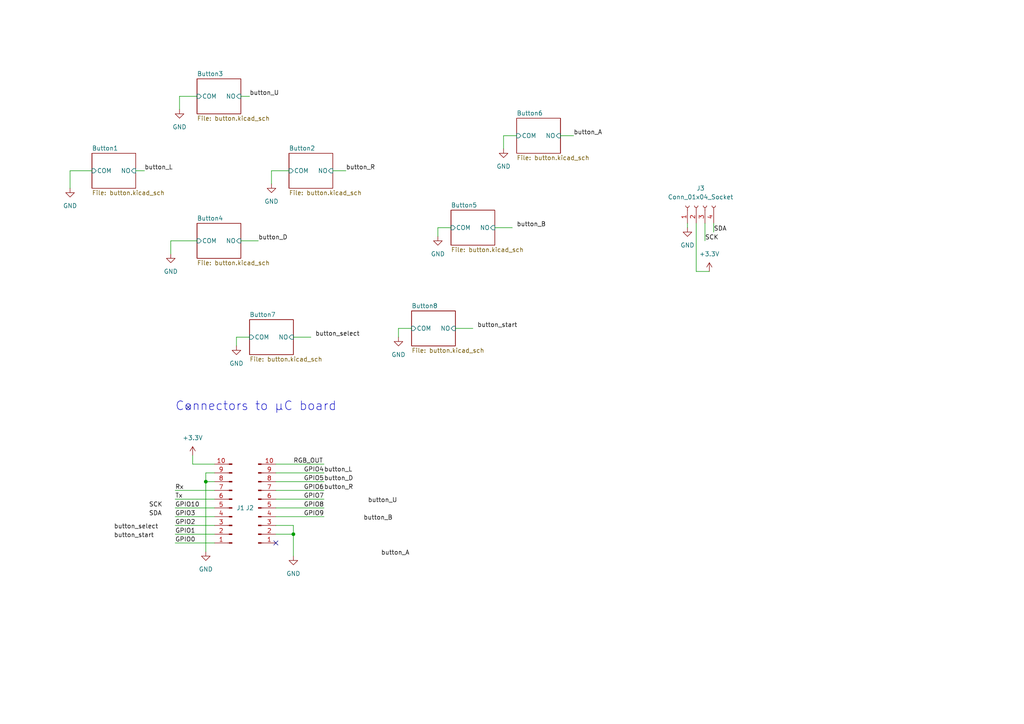
<source format=kicad_sch>
(kicad_sch (version 20230121) (generator eeschema)
  (paper "A4")
  (lib_symbols
    (symbol "Connector:Conn_01x04_Socket" (pin_names (offset 1.016) hide)
      (property "Reference" "J" (at 0 5.08 0))
      (property "Value" "Conn_01x04_Socket" (at 0 -7.62 0))
      (symbol "Conn_01x04_Socket_1_1"
        (arc (start 0 -4.572) (mid -0.5058 -5.08) (end 0 -5.588) (stroke (width 0.1524)))
        (arc (start 0 -2.032) (mid -0.5058 -2.54) (end 0 -3.048) (stroke (width 0.1524)))
        (polyline (pts (xy -1.27 -5.08) (xy -0.508 -5.08)) (stroke (width 0.1524)))
        (polyline (pts (xy -1.27 -2.54) (xy -0.508 -2.54)) (stroke (width 0.1524)))
        (polyline (pts (xy -1.27 0) (xy -0.508 0)) (stroke (width 0.1524)))
        (polyline (pts (xy -1.27 2.54) (xy -0.508 2.54)) (stroke (width 0.1524)))
        (arc (start 0 0.508) (mid -0.5058 0) (end 0 -0.508) (stroke (width 0.1524)))
        (arc (start 0 3.048) (mid -0.5058 2.54) (end 0 2.032) (stroke (width 0.1524)))
        (pin passive line (at -5.08 2.54 0) (length 3.81) (name "Pin_1") (number "1"))
        (pin passive line (at -5.08 0 0) (length 3.81) (name "Pin_2") (number "2"))
        (pin passive line (at -5.08 -2.54 0) (length 3.81) (name "Pin_3") (number "3"))
        (pin passive line (at -5.08 -5.08 0) (length 3.81) (name "Pin_4") (number "4"))
      )
    )
    (symbol "Connector:Conn_01x10_Pin" (pin_names (offset 1.016) hide)
      (property "Reference" "J" (at 0 12.7 0))
      (property "Value" "Conn_01x10_Pin" (at 0 -15.24 0))
      (symbol "Conn_01x10_Pin_1_1"
        (polyline (pts (xy 1.27 -12.7) (xy 0.8636 -12.7)) (stroke (width 0.1524)))
        (polyline (pts (xy 1.27 -10.16) (xy 0.8636 -10.16)) (stroke (width 0.1524)))
        (polyline (pts (xy 1.27 -7.62) (xy 0.8636 -7.62)) (stroke (width 0.1524)))
        (polyline (pts (xy 1.27 -5.08) (xy 0.8636 -5.08)) (stroke (width 0.1524)))
        (polyline (pts (xy 1.27 -2.54) (xy 0.8636 -2.54)) (stroke (width 0.1524)))
        (polyline (pts (xy 1.27 0) (xy 0.8636 0)) (stroke (width 0.1524)))
        (polyline (pts (xy 1.27 2.54) (xy 0.8636 2.54)) (stroke (width 0.1524)))
        (polyline (pts (xy 1.27 5.08) (xy 0.8636 5.08)) (stroke (width 0.1524)))
        (polyline (pts (xy 1.27 7.62) (xy 0.8636 7.62)) (stroke (width 0.1524)))
        (polyline (pts (xy 1.27 10.16) (xy 0.8636 10.16)) (stroke (width 0.1524)))
        (rectangle (start 0.8636 -12.573) (end 0 -12.827) (stroke (width 0.1524)) (fill (type outline)))
        (rectangle (start 0.8636 -10.033) (end 0 -10.287) (stroke (width 0.1524)) (fill (type outline)))
        (rectangle (start 0.8636 -7.493) (end 0 -7.747) (stroke (width 0.1524)) (fill (type outline)))
        (rectangle (start 0.8636 -4.953) (end 0 -5.207) (stroke (width 0.1524)) (fill (type outline)))
        (rectangle (start 0.8636 -2.413) (end 0 -2.667) (stroke (width 0.1524)) (fill (type outline)))
        (rectangle (start 0.8636 0.127) (end 0 -0.127) (stroke (width 0.1524)) (fill (type outline)))
        (rectangle (start 0.8636 2.667) (end 0 2.413) (stroke (width 0.1524)) (fill (type outline)))
        (rectangle (start 0.8636 5.207) (end 0 4.953) (stroke (width 0.1524)) (fill (type outline)))
        (rectangle (start 0.8636 7.747) (end 0 7.493) (stroke (width 0.1524)) (fill (type outline)))
        (rectangle (start 0.8636 10.287) (end 0 10.033) (stroke (width 0.1524)) (fill (type outline)))
        (pin passive line (at 5.08 10.16 180) (length 3.81) (name "Pin_1") (number "1"))
        (pin passive line (at 5.08 -12.7 180) (length 3.81) (name "Pin_10") (number "10"))
        (pin passive line (at 5.08 7.62 180) (length 3.81) (name "Pin_2") (number "2"))
        (pin passive line (at 5.08 5.08 180) (length 3.81) (name "Pin_3") (number "3"))
        (pin passive line (at 5.08 2.54 180) (length 3.81) (name "Pin_4") (number "4"))
        (pin passive line (at 5.08 0 180) (length 3.81) (name "Pin_5") (number "5"))
        (pin passive line (at 5.08 -2.54 180) (length 3.81) (name "Pin_6") (number "6"))
        (pin passive line (at 5.08 -5.08 180) (length 3.81) (name "Pin_7") (number "7"))
        (pin passive line (at 5.08 -7.62 180) (length 3.81) (name "Pin_8") (number "8"))
        (pin passive line (at 5.08 -10.16 180) (length 3.81) (name "Pin_9") (number "9"))
      )
    )
    (symbol "power:+3.3V" (power) (pin_names (offset 0))
      (property "Value" "+3.3V" (at 0 3.556 0))
      (symbol "+3.3V_0_1"
        (polyline (pts (xy -0.762 1.27) (xy 0 2.54)))
        (polyline (pts (xy 0 0) (xy 0 2.54)))
        (polyline (pts (xy 0 2.54) (xy 0.762 1.27)))
      )
      (symbol "+3.3V_1_1"
        (pin power_in line (at 0 0 90) (length 0) hide (name "+3.3V") (number "1"))
      )
    )
    (symbol "power:GND" (power) (pin_names (offset 0))
      (property "Value" "GND" (at 0 -3.81 0))
      (symbol "GND_0_1"
        (polyline (pts (xy 0 0) (xy 0 -1.27) (xy 1.27 -1.27) (xy 0 -2.54) (xy -1.27 -1.27) (xy 0 -1.27)))
      )
      (symbol "GND_1_1"
        (pin power_in line (at 0 0 270) (length 0) hide (name "GND") (number "1"))
      )
    )
  )
  (junction (at 85.09 154.94))
  (junction (at 59.69 139.7))
  (no_connect (at 80.01 157.48))
  (no_connect (at 54.61 118.11))
  (wire (pts (xy 80.01 152.4) (xy 85.09 152.4)))
  (wire (pts (xy 132.08 95.25) (xy 137.16 95.25)))
  (wire (pts (xy 149.86 39.37) (xy 146.05 39.37)))
  (wire (pts (xy 69.85 69.85) (xy 74.93 69.85)))
  (wire (pts (xy 85.09 154.94) (xy 85.09 161.29)))
  (wire (pts (xy 57.15 27.94) (xy 52.07 27.94)))
  (wire (pts (xy 62.23 134.62) (xy 55.88 134.62)))
  (wire (pts (xy 26.67 49.53) (xy 20.32 49.53)))
  (wire (pts (xy 80.01 149.86) (xy 93.98 149.86)))
  (wire (pts (xy 57.15 69.85) (xy 49.53 69.85)))
  (wire (pts (xy 85.09 152.4) (xy 85.09 154.94)))
  (wire (pts (xy 115.57 95.25) (xy 115.57 97.79)))
  (wire (pts (xy 50.8 142.24) (xy 62.23 142.24)))
  (wire (pts (xy 50.8 144.78) (xy 62.23 144.78)))
  (wire (pts (xy 85.09 97.79) (xy 90.17 97.79)))
  (wire (pts (xy 20.32 49.53) (xy 20.32 54.61)))
  (wire (pts (xy 59.69 139.7) (xy 59.69 160.02)))
  (wire (pts (xy 80.01 147.32) (xy 93.98 147.32)))
  (wire (pts (xy 143.51 66.04) (xy 148.59 66.04)))
  (wire (pts (xy 80.01 144.78) (xy 93.98 144.78)))
  (wire (pts (xy 59.69 139.7) (xy 62.23 139.7)))
  (wire (pts (xy 69.85 27.94) (xy 72.39 27.94)))
  (wire (pts (xy 146.05 39.37) (xy 146.05 43.18)))
  (wire (pts (xy 127 66.04) (xy 127 68.58)))
  (wire (pts (xy 72.39 97.79) (xy 68.58 97.79)))
  (wire (pts (xy 205.74 78.74) (xy 201.93 78.74)))
  (wire (pts (xy 78.74 49.53) (xy 78.74 53.34)))
  (wire (pts (xy 80.01 142.24) (xy 93.98 142.24)))
  (wire (pts (xy 50.8 152.4) (xy 62.23 152.4)))
  (wire (pts (xy 207.01 67.31) (xy 207.01 64.77)))
  (wire (pts (xy 119.38 95.25) (xy 115.57 95.25)))
  (wire (pts (xy 50.8 154.94) (xy 62.23 154.94)))
  (wire (pts (xy 59.69 137.16) (xy 59.69 139.7)))
  (wire (pts (xy 50.8 147.32) (xy 62.23 147.32)))
  (wire (pts (xy 52.07 27.94) (xy 52.07 31.75)))
  (wire (pts (xy 80.01 134.62) (xy 93.98 134.62)))
  (wire (pts (xy 199.39 66.04) (xy 199.39 64.77)))
  (wire (pts (xy 96.52 49.53) (xy 100.33 49.53)))
  (wire (pts (xy 59.69 137.16) (xy 62.23 137.16)))
  (wire (pts (xy 55.88 134.62) (xy 55.88 132.08)))
  (wire (pts (xy 204.47 69.85) (xy 204.47 64.77)))
  (wire (pts (xy 83.82 49.53) (xy 78.74 49.53)))
  (wire (pts (xy 80.01 137.16) (xy 93.98 137.16)))
  (wire (pts (xy 49.53 69.85) (xy 49.53 73.66)))
  (wire (pts (xy 50.8 149.86) (xy 62.23 149.86)))
  (wire (pts (xy 80.01 139.7) (xy 93.98 139.7)))
  (wire (pts (xy 39.37 49.53) (xy 41.91 49.53)))
  (wire (pts (xy 50.8 157.48) (xy 62.23 157.48)))
  (wire (pts (xy 162.56 39.37) (xy 166.37 39.37)))
  (wire (pts (xy 201.93 78.74) (xy 201.93 64.77)))
  (wire (pts (xy 130.81 66.04) (xy 127 66.04)))
  (wire (pts (xy 68.58 97.79) (xy 68.58 100.33)))
  (wire (pts (xy 80.01 154.94) (xy 85.09 154.94)))
  (text "Connectors to µC board" (at 50.8 119.38 0) (effects (font (size 2.54 2.54)) (justify left bottom)))
  (label "GPIO1" (at 50.8 154.94 0))
  (label "GPIO0" (at 50.8 157.48 0))
  (label "button_start" (at 138.43 95.25 0))
  (label "button_U" (at 106.68 146.05 0))
  (label "button_D" (at 93.98 139.7 0))
  (label "GPIO8" (at 93.98 147.32 180))
  (label "GPIO2" (at 50.8 152.4 0))
  (label "button_select" (at 33.02 153.67 0))
  (label "RGB_OUT" (at 85.09 134.62 0))
  (label "Tx" (at 50.8 144.78 0))
  (label "SCK" (at 204.47 69.85 0))
  (label "GPIO6" (at 93.98 142.24 180))
  (label "GPIO9" (at 93.98 149.86 180))
  (label "SDA" (at 43.18 149.86 0))
  (label "button_A" (at 166.37 39.37 0))
  (label "button_R" (at 100.33 49.53 0))
  (label "SCK" (at 43.18 147.32 0))
  (label "button_L" (at 41.91 49.53 0))
  (label "GPIO7" (at 93.98 144.78 180))
  (label "button_U" (at 72.39 27.94 0))
  (label "button_A" (at 110.49 161.29 0))
  (label "button_R" (at 93.98 142.24 0))
  (label "GPIO4" (at 93.98 137.16 180))
  (label "GPIO3" (at 50.8 149.86 0))
  (label "button_L" (at 93.98 137.16 0))
  (label "button_D" (at 74.93 69.85 0))
  (label "button_select" (at 91.44 97.79 0))
  (label "GPIO5" (at 93.98 139.7 180))
  (label "button_start" (at 33.02 156.21 0))
  (label "GPIO10" (at 50.8 147.32 0))
  (label "button_B" (at 149.86 66.04 0))
  (label "button_B" (at 105.41 151.13 0))
  (label "SDA" (at 207.01 67.31 0))
  (label "Rx" (at 50.8 142.24 0))
  (symbol (lib_id "Connector:Conn_01x04_Socket") (at 201.93 59.69 90) (unit 1)
    (property "Reference" "J3" (at 203.2 54.61 90))
    (property "Value" "Conn_01x04_Socket" (at 203.2 57.15 90))
    (property "Footprint" "Connector_PinSocket_2.54mm:PinSocket_1x04_P2.54mm_Vertical" (effects hide))
  )
  (symbol (lib_id "power:GND") (at 52.07 31.75 0) (unit 1)
    (property "Reference" "#PWR018" (effects hide))
    (property "Value" "GND" (at 52.07 36.83 0))
  )
  (symbol (lib_id "power:GND") (at 78.74 53.34 0) (unit 1)
    (property "Reference" "#PWR017" (effects hide))
    (property "Value" "GND" (at 78.74 58.42 0))
  )
  (symbol (lib_id "power:GND") (at 127 68.58 0) (unit 1)
    (property "Reference" "#PWR016" (effects hide))
    (property "Value" "GND" (at 127 73.66 0))
  )
  (symbol (lib_id "power:GND") (at 68.58 100.33 0) (unit 1)
    (property "Reference" "#PWR024" (effects hide))
    (property "Value" "GND" (at 68.58 105.41 0))
  )
  (symbol (lib_id "power:+3.3V") (at 55.88 132.08 0) (mirror y) (unit 1)
    (property "Reference" "#PWR019" (effects hide))
    (property "Value" "+3.3V" (at 55.88 127 0))
  )
  (symbol (lib_id "power:GND") (at 59.69 160.02 0) (mirror y) (unit 1)
    (property "Reference" "#PWR020" (effects hide))
    (property "Value" "GND" (at 59.69 165.1 0))
  )
  (symbol (lib_id "power:GND") (at 49.53 73.66 0) (unit 1)
    (property "Reference" "#PWR014" (effects hide))
    (property "Value" "GND" (at 49.53 78.74 0))
  )
  (symbol (lib_id "power:GND") (at 20.32 54.61 0) (unit 1)
    (property "Reference" "#PWR013" (effects hide))
    (property "Value" "GND" (at 20.32 59.69 0))
  )
  (symbol (lib_id "Connector:Conn_01x10_Pin") (at 67.31 147.32 180) (unit 1)
    (property "Reference" "J1" (at 68.58 147.32 0) (effects (justify right)))
    (property "Value" "Conn_01x10_Pin" (effects hide))
    (property "Footprint" "Connector_PinHeader_2.54mm:PinHeader_1x10_P2.54mm_Horizontal" (effects hide))
  )
  (symbol (lib_id "power:GND") (at 115.57 97.79 0) (unit 1)
    (property "Reference" "#PWR027" (effects hide))
    (property "Value" "GND" (at 115.57 102.87 0))
  )
  (symbol (lib_id "Connector:Conn_01x10_Pin") (at 74.93 147.32 0) (mirror x) (unit 1)
    (property "Reference" "J2" (at 73.66 147.32 0) (effects (justify right)))
    (property "Value" "Conn_01x10_Pin" (effects hide))
    (property "Footprint" "Connector_PinHeader_2.54mm:PinHeader_1x10_P2.54mm_Horizontal" (effects hide))
  )
  (symbol (lib_id "power:GND") (at 199.39 66.04 0) (unit 1)
    (property "Reference" "#PWR021" (effects hide))
    (property "Value" "GND" (at 199.39 71.12 0))
  )
  (symbol (lib_id "power:GND") (at 146.05 43.18 0) (unit 1)
    (property "Reference" "#PWR015" (effects hide))
    (property "Value" "GND" (at 146.05 48.26 0))
  )
  (symbol (lib_id "power:+3.3V") (at 205.74 78.74 0) (mirror y) (unit 1)
    (property "Reference" "#PWR023" (effects hide))
    (property "Value" "+3.3V" (at 205.74 73.66 0))
  )
  (symbol (lib_id "power:GND") (at 85.09 161.29 0) (mirror y) (unit 1)
    (property "Reference" "#PWR022" (effects hide))
    (property "Value" "GND" (at 85.09 166.37 0))
  )
  (sheet (at 83.82 44.45) (size 12.7 10.16) (stroke (width 0.1524))
    (property "Sheetname" "Button2" (at 83.82 43.7384 0) (effects (justify left bottom)))
    (property "Sheetfile" "button.kicad_sch" (at 83.82 55.1946 0) (effects (justify left top)))
    (pin "NO" input (at 96.52 49.53 0))
    (pin "COM" input (at 83.82 49.53 180))
  )
  (sheet (at 57.15 64.77) (size 12.7 10.16) (stroke (width 0.1524))
    (property "Sheetname" "Button4" (at 57.15 64.0584 0) (effects (justify left bottom)))
    (property "Sheetfile" "button.kicad_sch" (at 57.15 75.5146 0) (effects (justify left top)))
    (pin "NO" input (at 69.85 69.85 0))
    (pin "COM" input (at 57.15 69.85 180))
  )
  (sheet (at 26.67 44.45) (size 12.7 10.16) (stroke (width 0.1524))
    (property "Sheetname" "Button1" (at 26.67 43.7384 0) (effects (justify left bottom)))
    (property "Sheetfile" "button.kicad_sch" (at 26.67 55.1946 0) (effects (justify left top)))
    (pin "NO" input (at 39.37 49.53 0))
    (pin "COM" input (at 26.67 49.53 180))
  )
  (sheet (at 119.38 90.17) (size 12.7 10.16) (stroke (width 0.1524))
    (property "Sheetname" "Button8" (at 119.38 89.4584 0) (effects (justify left bottom)))
    (property "Sheetfile" "button.kicad_sch" (at 119.38 100.9146 0) (effects (justify left top)))
    (pin "NO" input (at 132.08 95.25 0))
    (pin "COM" input (at 119.38 95.25 180))
  )
  (sheet (at 72.39 92.71) (size 12.7 10.16) (stroke (width 0.1524))
    (property "Sheetname" "Button7" (at 72.39 91.9984 0) (effects (justify left bottom)))
    (property "Sheetfile" "button.kicad_sch" (at 72.39 103.4546 0) (effects (justify left top)))
    (pin "NO" input (at 85.09 97.79 0))
    (pin "COM" input (at 72.39 97.79 180))
  )
  (sheet (at 130.81 60.96) (size 12.7 10.16) (stroke (width 0.1524))
    (property "Sheetname" "Button5" (at 130.81 60.2484 0) (effects (justify left bottom)))
    (property "Sheetfile" "button.kicad_sch" (at 130.81 71.7046 0) (effects (justify left top)))
    (pin "NO" input (at 143.51 66.04 0))
    (pin "COM" input (at 130.81 66.04 180))
  )
  (sheet (at 57.15 22.86) (size 12.7 10.16) (stroke (width 0.1524))
    (property "Sheetname" "Button3" (at 57.15 22.1484 0) (effects (justify left bottom)))
    (property "Sheetfile" "button.kicad_sch" (at 57.15 33.6046 0) (effects (justify left top)))
    (pin "NO" input (at 69.85 27.94 0))
    (pin "COM" input (at 57.15 27.94 180))
  )
  (sheet (at 149.86 34.29) (size 12.7 10.16) (stroke (width 0.1524))
    (property "Sheetname" "Button6" (at 149.86 33.5784 0) (effects (justify left bottom)))
    (property "Sheetfile" "button.kicad_sch" (at 149.86 45.0346 0) (effects (justify left top)))
    (pin "NO" input (at 162.56 39.37 0))
    (pin "COM" input (at 149.86 39.37 180))
  )
)
</source>
